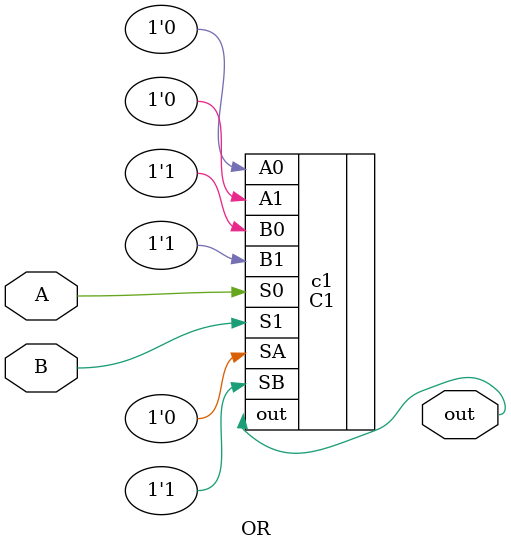
<source format=v>
module OR (A, B, out);
    input A,B;
    output out;

    C1 c1 (
        .A0(1'b0),
        .A1(1'b0),
        .SA(1'b0),
        .B0(1'b1),
        .B1(1'b1),
        .SB(1'b1),
        .S0(A),
        .S1(B),
        .out(out)
    );
endmodule
</source>
